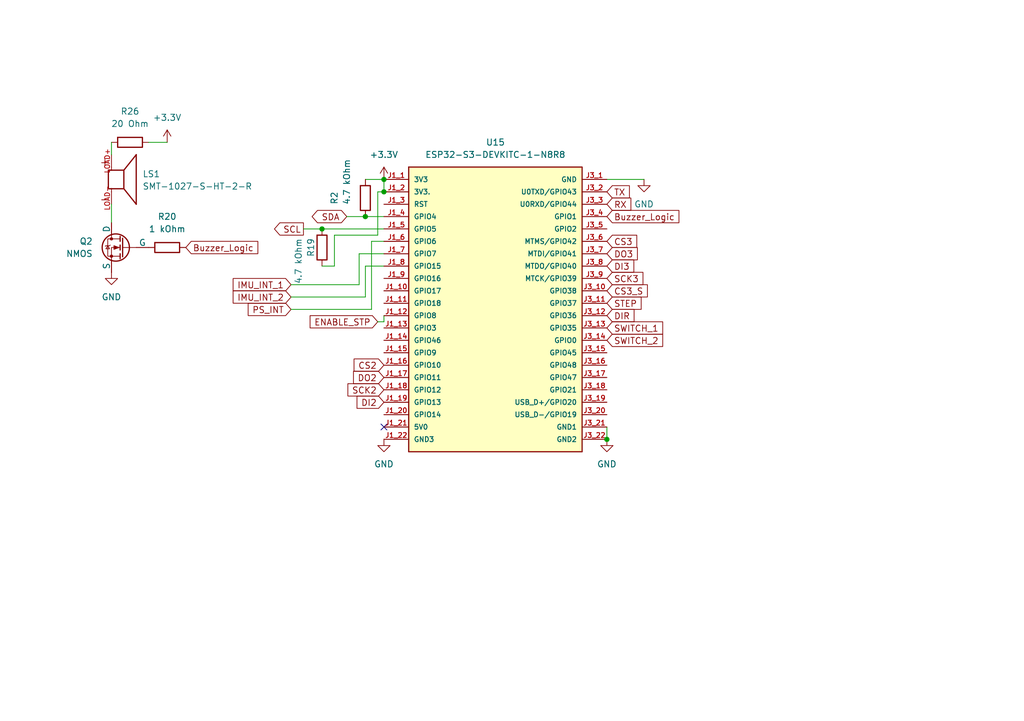
<source format=kicad_sch>
(kicad_sch (version 20250114) (generator "eeschema") (generator_version "9.0")
  (paper "A5")
  (lib_symbols
    (symbol "Device:R" (pin_numbers (hide yes)) (pin_names (offset 0))
      (property "Reference" "R" (at 2.032 0 90))
      (property "Value" "R" (at 0 0 90))
      (symbol "R_0_1"
        (rectangle (start -1.016 -2.54) (end 1.016 2.54) (stroke (width 0.254)))
      )
      (symbol "R_1_1"
        (pin passive line (at 0 3.81 270) (length 1.27) (name "~") (number "1"))
        (pin passive line (at 0 -3.81 90) (length 1.27) (name "~") (number "2"))
      )
    )
    (symbol "ESP32-S3-DEVKITC-1U-N8R8:ESP32-S3-DEVKITC-1-N8R8" (pin_names (offset 1.016))
      (property "Reference" "U" (at -17.78 35.56 0))
      (property "Value" "ESP32-S3-DEVKITC-1-N8R8" (at -17.78 -27.94 0))
      (symbol "ESP32-S3-DEVKITC-1-N8R8_0_0"
        (rectangle (start -17.78 -25.4) (end 17.78 33.02) (stroke (width 0.254)) (fill (type background)))
        (pin power_in line (at -22.86 30.48 0) (length 5.08) (name "3V3") (number "J1_1"))
        (pin power_in line (at -22.86 27.94 0) (length 5.08) (name "3V3.") (number "J1_2"))
        (pin input line (at -22.86 25.4 0) (length 5.08) (name "RST") (number "J1_3"))
        (pin bidirectional line (at -22.86 22.86 0) (length 5.08) (name "GPIO4") (number "J1_4"))
        (pin bidirectional line (at -22.86 20.32 0) (length 5.08) (name "GPIO5") (number "J1_5"))
        (pin bidirectional line (at -22.86 17.78 0) (length 5.08) (name "GPIO6") (number "J1_6"))
        (pin bidirectional line (at -22.86 15.24 0) (length 5.08) (name "GPIO7") (number "J1_7"))
        (pin bidirectional line (at -22.86 12.7 0) (length 5.08) (name "GPIO15") (number "J1_8"))
        (pin bidirectional line (at -22.86 10.16 0) (length 5.08) (name "GPIO16") (number "J1_9"))
        (pin bidirectional line (at -22.86 7.62 0) (length 5.08) (name "GPIO17") (number "J1_10"))
        (pin bidirectional line (at -22.86 5.08 0) (length 5.08) (name "GPIO18") (number "J1_11"))
        (pin bidirectional line (at -22.86 2.54 0) (length 5.08) (name "GPIO8") (number "J1_12"))
        (pin bidirectional line (at -22.86 0 0) (length 5.08) (name "GPIO3") (number "J1_13"))
        (pin bidirectional line (at -22.86 -2.54 0) (length 5.08) (name "GPIO46") (number "J1_14"))
        (pin bidirectional line (at -22.86 -5.08 0) (length 5.08) (name "GPIO9") (number "J1_15"))
        (pin bidirectional line (at -22.86 -7.62 0) (length 5.08) (name "GPIO10") (number "J1_16"))
        (pin bidirectional line (at -22.86 -10.16 0) (length 5.08) (name "GPIO11") (number "J1_17"))
        (pin bidirectional line (at -22.86 -12.7 0) (length 5.08) (name "GPIO12") (number "J1_18"))
        (pin bidirectional line (at -22.86 -15.24 0) (length 5.08) (name "GPIO13") (number "J1_19"))
        (pin bidirectional line (at -22.86 -17.78 0) (length 5.08) (name "GPIO14") (number "J1_20"))
        (pin power_in line (at -22.86 -20.32 0) (length 5.08) (name "5V0") (number "J1_21"))
        (pin power_in line (at -22.86 -22.86 0) (length 5.08) (name "GND3") (number "J1_22"))
        (pin power_in line (at 22.86 30.48 180) (length 5.08) (name "GND") (number "J3_1"))
        (pin bidirectional line (at 22.86 27.94 180) (length 5.08) (name "U0TXD/GPIO43") (number "J3_2"))
        (pin bidirectional line (at 22.86 25.4 180) (length 5.08) (name "U0RXD/GPIO44") (number "J3_3"))
        (pin bidirectional line (at 22.86 22.86 180) (length 5.08) (name "GPIO1") (number "J3_4"))
        (pin bidirectional line (at 22.86 20.32 180) (length 5.08) (name "GPIO2") (number "J3_5"))
        (pin bidirectional line (at 22.86 17.78 180) (length 5.08) (name "MTMS/GPIO42") (number "J3_6"))
        (pin bidirectional line (at 22.86 15.24 180) (length 5.08) (name "MTDI/GPIO41") (number "J3_7"))
        (pin bidirectional line (at 22.86 12.7 180) (length 5.08) (name "MTDO/GPIO40") (number "J3_8"))
        (pin bidirectional line (at 22.86 10.16 180) (length 5.08) (name "MTCK/GPIO39") (number "J3_9"))
        (pin bidirectional line (at 22.86 7.62 180) (length 5.08) (name "GPIO38") (number "J3_10"))
        (pin bidirectional line (at 22.86 5.08 180) (length 5.08) (name "GPIO37") (number "J3_11"))
        (pin bidirectional line (at 22.86 2.54 180) (length 5.08) (name "GPIO36") (number "J3_12"))
        (pin bidirectional line (at 22.86 0 180) (length 5.08) (name "GPIO35") (number "J3_13"))
        (pin bidirectional line (at 22.86 -2.54 180) (length 5.08) (name "GPIO0") (number "J3_14"))
        (pin bidirectional line (at 22.86 -5.08 180) (length 5.08) (name "GPIO45") (number "J3_15"))
        (pin bidirectional line (at 22.86 -7.62 180) (length 5.08) (name "GPIO48") (number "J3_16"))
        (pin bidirectional line (at 22.86 -10.16 180) (length 5.08) (name "GPIO47") (number "J3_17"))
        (pin bidirectional line (at 22.86 -12.7 180) (length 5.08) (name "GPIO21") (number "J3_18"))
        (pin bidirectional line (at 22.86 -15.24 180) (length 5.08) (name "USB_D+/GPIO20") (number "J3_19"))
        (pin bidirectional line (at 22.86 -17.78 180) (length 5.08) (name "USB_D-/GPIO19") (number "J3_20"))
        (pin power_in line (at 22.86 -20.32 180) (length 5.08) (name "GND1") (number "J3_21"))
        (pin power_in line (at 22.86 -22.86 180) (length 5.08) (name "GND2") (number "J3_22"))
      )
    )
    (symbol "SMT-1027-S-HT-2-R:SMT-1027-S-HT-2-R" (pin_names (offset 1.016))
      (property "Reference" "LS" (at -1.27 6.35 0))
      (property "Value" "SMT-1027-S-HT-2-R" (at -1.27 -8.255 0))
      (symbol "SMT-1027-S-HT-2-R_0_0"
        (polyline (pts (xy -3.175 1.905) (xy -3.175 -1.905)) (stroke (width 0.254)))
        (polyline (pts (xy -3.175 1.905) (xy -2.54 1.905)) (stroke (width 0.254)))
        (polyline (pts (xy -3.175 -1.905) (xy -2.54 -1.905)) (stroke (width 0.254)))
        (polyline (pts (xy -2.54 2.54) (xy -2.54 1.905)) (stroke (width 0.1524)))
        (polyline (pts (xy -2.54 1.905) (xy 0 1.905)) (stroke (width 0.254)))
        (polyline (pts (xy -2.54 -1.905) (xy 0 -1.905)) (stroke (width 0.254)))
        (polyline (pts (xy -2.54 -2.54) (xy -2.54 -1.905)) (stroke (width 0.1524)))
        (polyline (pts (xy 0 1.905) (xy 2.54 5.08)) (stroke (width 0.254)))
        (polyline (pts (xy 0 -1.905) (xy 0 1.905)) (stroke (width 0.254)))
        (polyline (pts (xy 0 -1.905) (xy 2.54 -5.08)) (stroke (width 0.254)))
        (polyline (pts (xy 2.54 -5.08) (xy 2.54 5.08)) (stroke (width 0.254)))
        (text "+" (at -5.08 2.54 0) (effects (font (size 1.778 1.778)) (justify left bottom)))
        (text "-" (at -5.08 -5.08 0) (effects (font (size 1.778 1.778)) (justify left bottom)))
        (pin passive line (at -2.54 5.08 270) (length 2.54) (name "~") (number "LOAD+"))
        (pin passive line (at -2.54 -5.08 90) (length 2.54) (name "~") (number "LOAD-"))
      )
    )
    (symbol "Simulation_SPICE:NMOS" (pin_numbers (hide yes)) (pin_names (offset 0))
      (property "Reference" "Q" (at 5.08 1.27 0))
      (property "Value" "NMOS" (at 5.08 -1.27 0))
      (symbol "NMOS_0_1"
        (polyline (pts (xy 0.254 1.905) (xy 0.254 -1.905)) (stroke (width 0.254)))
        (polyline (pts (xy 0.254 0) (xy -2.54 0)))
        (polyline (pts (xy 0.762 2.286) (xy 0.762 1.27)) (stroke (width 0.254)))
        (polyline (pts (xy 0.762 0.508) (xy 0.762 -0.508)) (stroke (width 0.254)))
        (polyline (pts (xy 0.762 -1.27) (xy 0.762 -2.286)) (stroke (width 0.254)))
        (polyline (pts (xy 0.762 -1.778) (xy 3.302 -1.778) (xy 3.302 1.778) (xy 0.762 1.778)))
        (polyline (pts (xy 1.016 0) (xy 2.032 0.381) (xy 2.032 -0.381) (xy 1.016 0)) (fill (type outline)))
        (circle (center 1.651 0) (radius 2.794) (stroke (width 0.254)))
        (polyline (pts (xy 2.54 2.54) (xy 2.54 1.778)))
        (circle (center 2.54 1.778) (radius 0.254) (fill (type outline)))
        (circle (center 2.54 -1.778) (radius 0.254) (fill (type outline)))
        (polyline (pts (xy 2.54 -2.54) (xy 2.54 0) (xy 0.762 0)))
        (polyline (pts (xy 2.794 0.508) (xy 2.921 0.381) (xy 3.683 0.381) (xy 3.81 0.254)))
        (polyline (pts (xy 3.302 0.381) (xy 2.921 -0.254) (xy 3.683 -0.254) (xy 3.302 0.381)))
      )
      (symbol "NMOS_1_1"
        (pin input line (at -5.08 0 0) (length 2.54) (name "G") (number "2"))
        (pin passive line (at 2.54 5.08 270) (length 2.54) (name "D") (number "1"))
        (pin passive line (at 2.54 -5.08 90) (length 2.54) (name "S") (number "3"))
      )
    )
    (symbol "power:+3.3V" (power) (pin_numbers (hide yes)) (pin_names (offset 0) (hide yes))
      (property "Value" "+3.3V" (at 0 3.556 0))
      (symbol "+3.3V_0_1"
        (polyline (pts (xy -0.762 1.27) (xy 0 2.54)))
        (polyline (pts (xy 0 2.54) (xy 0.762 1.27)))
        (polyline (pts (xy 0 0) (xy 0 2.54)))
      )
      (symbol "+3.3V_1_1"
        (pin power_in line (at 0 0 90) (length 0) (name "~") (number "1"))
      )
    )
    (symbol "power:GND" (power) (pin_numbers (hide yes)) (pin_names (offset 0) (hide yes))
      (property "Value" "GND" (at 0 -3.81 0))
      (symbol "GND_0_1"
        (polyline (pts (xy 0 0) (xy 0 -1.27) (xy 1.27 -1.27) (xy 0 -2.54) (xy -1.27 -1.27) (xy 0 -1.27)))
      )
      (symbol "GND_1_1"
        (pin power_in line (at 0 0 270) (length 0) (name "~") (number "1"))
      )
    )
  )
  (junction (at 66.04 46.99))
  (junction (at 74.93 44.45))
  (junction (at 124.46 90.17))
  (junction (at 78.74 36.83))
  (junction (at 78.74 39.37))
  (no_connect (at 78.74 87.63))
  (wire (pts (xy 68.58 54.61) (xy 66.04 54.61)))
  (wire (pts (xy 76.2 63.5) (xy 76.2 49.53)))
  (wire (pts (xy 74.93 44.45) (xy 78.74 44.45)))
  (wire (pts (xy 74.93 60.96) (xy 74.93 54.61)))
  (wire (pts (xy 73.66 52.07) (xy 78.74 52.07)))
  (wire (pts (xy 68.58 48.26) (xy 68.58 54.61)))
  (wire (pts (xy 22.86 29.21) (xy 22.86 31.75)))
  (wire (pts (xy 77.47 39.37) (xy 77.47 48.26)))
  (wire (pts (xy 66.04 46.99) (xy 78.74 46.99)))
  (wire (pts (xy 124.46 87.63) (xy 124.46 90.17)))
  (wire (pts (xy 77.47 66.04) (xy 78.74 66.04)))
  (wire (pts (xy 77.47 48.26) (xy 68.58 48.26)))
  (wire (pts (xy 78.74 39.37) (xy 77.47 39.37)))
  (wire (pts (xy 22.86 41.91) (xy 22.86 45.72)))
  (wire (pts (xy 73.66 58.42) (xy 73.66 52.07)))
  (wire (pts (xy 76.2 49.53) (xy 78.74 49.53)))
  (wire (pts (xy 74.93 54.61) (xy 78.74 54.61)))
  (wire (pts (xy 132.08 36.83) (xy 124.46 36.83)))
  (wire (pts (xy 62.23 46.99) (xy 66.04 46.99)))
  (wire (pts (xy 59.69 60.96) (xy 74.93 60.96)))
  (wire (pts (xy 34.29 29.21) (xy 30.48 29.21)))
  (wire (pts (xy 74.93 36.83) (xy 78.74 36.83)))
  (wire (pts (xy 59.69 58.42) (xy 73.66 58.42)))
  (wire (pts (xy 78.74 36.83) (xy 78.74 39.37)))
  (wire (pts (xy 71.12 44.45) (xy 74.93 44.45)))
  (wire (pts (xy 59.69 63.5) (xy 76.2 63.5)))
  (wire (pts (xy 78.74 66.04) (xy 78.74 64.77)))
  (global_label "Buzzer_Logic" (shape input) (at 38.1 50.8 0) (property "Intersheetrefs" "${INTERSHEET_REFS}" (effects (hide yes))))
  (global_label "DO2" (shape input) (at 78.74 77.47 180) (property "Intersheetrefs" "${INTERSHEET_REFS}" (effects (hide yes))))
  (global_label "CS3_S" (shape input) (at 124.46 59.69 0) (property "Intersheetrefs" "${INTERSHEET_REFS}" (effects (hide yes))))
  (global_label "SCL" (shape output) (at 62.23 46.99 180) (property "Intersheetrefs" "${INTERSHEET_REFS}" (effects (hide yes))))
  (global_label "ENABLE_STP" (shape input) (at 77.47 66.04 180) (property "Intersheetrefs" "${INTERSHEET_REFS}" (effects (hide yes))))
  (global_label "DI3" (shape input) (at 124.46 54.61 0) (property "Intersheetrefs" "${INTERSHEET_REFS}" (effects (hide yes))))
  (global_label "SWITCH_2" (shape input) (at 124.46 69.85 0) (property "Intersheetrefs" "${INTERSHEET_REFS}" (effects (hide yes))))
  (global_label "Buzzer_Logic" (shape input) (at 124.46 44.45 0) (property "Intersheetrefs" "${INTERSHEET_REFS}" (effects (hide yes))))
  (global_label "DO3" (shape input) (at 124.46 52.07 0) (property "Intersheetrefs" "${INTERSHEET_REFS}" (effects (hide yes))))
  (global_label "DIR" (shape input) (at 124.46 64.77 0) (property "Intersheetrefs" "${INTERSHEET_REFS}" (effects (hide yes))))
  (global_label "SCK3" (shape input) (at 124.46 57.15 0) (property "Intersheetrefs" "${INTERSHEET_REFS}" (effects (hide yes))))
  (global_label "DI2" (shape input) (at 78.74 82.55 180) (property "Intersheetrefs" "${INTERSHEET_REFS}" (effects (hide yes))))
  (global_label "IMU_INT_2" (shape input) (at 59.69 60.96 180) (property "Intersheetrefs" "${INTERSHEET_REFS}" (effects (hide yes))))
  (global_label "RX" (shape input) (at 124.46 41.91 0) (property "Intersheetrefs" "${INTERSHEET_REFS}" (effects (hide yes))))
  (global_label "CS3" (shape input) (at 124.46 49.53 0) (property "Intersheetrefs" "${INTERSHEET_REFS}" (effects (hide yes))))
  (global_label "IMU_INT_1" (shape input) (at 59.69 58.42 180) (property "Intersheetrefs" "${INTERSHEET_REFS}" (effects (hide yes))))
  (global_label "SDA" (shape bidirectional) (at 71.12 44.45 180) (property "Intersheetrefs" "${INTERSHEET_REFS}" (effects (hide yes))))
  (global_label "SCK2" (shape input) (at 78.74 80.01 180) (property "Intersheetrefs" "${INTERSHEET_REFS}" (effects (hide yes))))
  (global_label "CS2" (shape input) (at 78.74 74.93 180) (property "Intersheetrefs" "${INTERSHEET_REFS}" (effects (hide yes))))
  (global_label "TX" (shape input) (at 124.46 39.37 0) (property "Intersheetrefs" "${INTERSHEET_REFS}" (effects (hide yes))))
  (global_label "STEP" (shape input) (at 124.46 62.23 0) (property "Intersheetrefs" "${INTERSHEET_REFS}" (effects (hide yes))))
  (global_label "SWITCH_1" (shape input) (at 124.46 67.31 0) (property "Intersheetrefs" "${INTERSHEET_REFS}" (effects (hide yes))))
  (global_label "PS_INT" (shape input) (at 59.69 63.5 180) (property "Intersheetrefs" "${INTERSHEET_REFS}" (effects (hide yes))))
  (symbol (lib_id "power:+3.3V") (at 78.74 36.83 0) (unit 1)
    (property "Reference" "#PWR0108" (effects (hide yes)))
    (property "Value" "+3.3V" (at 78.74 31.75 0))
    (property "Description" "Power symbol creates a global label with name \"+3.3V\"" (effects (hide yes)))
  )
  (symbol (lib_id "power:GND") (at 124.46 90.17 0) (unit 1)
    (property "Reference" "#PWR0110" (effects (hide yes)))
    (property "Value" "GND" (at 124.46 95.25 0))
    (property "Description" "Power symbol creates a global label with name \"GND\" , ground" (effects (hide yes)))
  )
  (symbol (lib_id "SMT-1027-S-HT-2-R:SMT-1027-S-HT-2-R") (at 25.4 36.83 0) (unit 1)
    (property "Reference" "LS1" (at 29.21 35.7042 0) (effects (justify left)))
    (property "Value" "SMT-1027-S-HT-2-R" (at 29.21 38.2442 0) (effects (justify left)))
    (property "Footprint" "SMT-1027-S-HT-2-R:XDCR_SMT-1027-S-HT-2-R" (effects (hide yes)))
    (property "DigiKey_Part_Number" "668-SMT-1027-S-HT-2-RCT-ND" (effects (hide yes)))
    (property "SnapEDA_Link" "https://www.snapeda.com/parts/SMT-1027-S-HT-2-R/PUI+Audio/view-part/?ref=snap" (effects (hide yes)))
    (property "MAXIMUM_PACKAGE_HEIGHT" "3.6 mm" (effects (hide yes)))
    (property "Package" "None" (effects (hide yes)))
    (property "Check_prices" "https://www.snapeda.com/parts/SMT-1027-S-HT-2-R/PUI+Audio/view-part/?ref=eda" (effects (hide yes)))
    (property "STANDARD" "Manufacturer Recommendations" (effects (hide yes)))
    (property "PARTREV" "3/26/20" (effects (hide yes)))
    (property "MF" "PUI Audio" (effects (hide yes)))
    (property "MP" "SMT-1027-S-HT-2-R" (effects (hide yes)))
    (property "Description_1" "11X10MM TRANSDUCER 2700HZ 95DB 18OHM 3.6V 100MA MAGNETIC SMT SIDE FIRING" (effects (hide yes)))
    (property "MANUFACTURER" "Pui Audio" (effects (hide yes)))
  )
  (symbol (lib_id "power:GND") (at 132.08 36.83 0) (unit 1)
    (property "Reference" "#PWR0111" (effects (hide yes)))
    (property "Value" "GND" (at 132.08 41.91 0))
    (property "Description" "Power symbol creates a global label with name \"GND\" , ground" (effects (hide yes)))
  )
  (symbol (lib_id "Device:R") (at 66.04 50.8 0) (unit 1)
    (property "Reference" "R19" (at 63.754 50.8 90))
    (property "Value" "4.7 kOhm" (at 61.214 53.594 90))
    (property "Footprint" "Resistor_SMD:R_0603_1608Metric" (effects (hide yes)))
    (property "Description" "Resistor" (effects (hide yes)))
  )
  (symbol (lib_id "power:GND") (at 78.74 90.17 0) (unit 1)
    (property "Reference" "#PWR0109" (effects (hide yes)))
    (property "Value" "GND" (at 78.74 95.25 0))
    (property "Description" "Power symbol creates a global label with name \"GND\" , ground" (effects (hide yes)))
  )
  (symbol (lib_id "Simulation_SPICE:NMOS") (at 25.4 50.8 0) (mirror y) (unit 1)
    (property "Reference" "Q2" (at 19.05 49.5299 0) (effects (justify left)))
    (property "Value" "NMOS" (at 19.05 52.0699 0) (effects (justify left)))
    (property "Footprint" "GSFC0201:SOT-23_GSFC0201_GAS" (effects (hide yes)))
    (property "Datasheet" "https://ngspice.sourceforge.io/docs/ngspice-html-manual/manual.xhtml#cha_MOSFETs" (effects (hide yes)))
    (property "Description" "N-MOSFET transistor, drain/source/gate" (effects (hide yes)))
    (property "Sim.Device" "NMOS" (effects (hide yes)))
    (property "Sim.Type" "VDMOS" (effects (hide yes)))
    (property "Sim.Pins" "1=D 2=G 3=S" (effects (hide yes)))
  )
  (symbol (lib_id "Device:R") (at 74.93 40.64 180) (unit 1)
    (property "Reference" "R2" (at 68.58 40.64 90))
    (property "Value" "4.7 kOhm" (at 71.12 37.338 90))
    (property "Footprint" "Resistor_SMD:R_0603_1608Metric" (effects (hide yes)))
    (property "Description" "Resistor" (effects (hide yes)))
  )
  (symbol (lib_id "power:GND") (at 22.86 55.88 0) (unit 1)
    (property "Reference" "#PWR012" (effects (hide yes)))
    (property "Value" "GND" (at 22.86 60.96 0))
    (property "Description" "Power symbol creates a global label with name \"GND\" , ground" (effects (hide yes)))
  )
  (symbol (lib_id "Device:R") (at 26.67 29.21 90) (unit 1)
    (property "Reference" "R26" (at 26.67 22.86 90))
    (property "Value" "20 Ohm" (at 26.67 25.4 90))
    (property "Footprint" "Resistor_SMD:R_2512_6332Metric" (effects (hide yes)))
    (property "Description" "Resistor" (effects (hide yes)))
  )
  (symbol (lib_id "power:+3.3V") (at 34.29 29.21 0) (unit 1)
    (property "Reference" "#PWR03" (effects (hide yes)))
    (property "Value" "+3.3V" (at 34.29 24.13 0))
    (property "Description" "Power symbol creates a global label with name \"+3.3V\"" (effects (hide yes)))
  )
  (symbol (lib_id "ESP32-S3-DEVKITC-1U-N8R8:ESP32-S3-DEVKITC-1-N8R8") (at 101.6 67.31 0) (unit 1)
    (property "Reference" "U15" (at 101.6 29.21 0))
    (property "Value" "ESP32-S3-DEVKITC-1-N8R8" (at 101.6 31.75 0))
    (property "Footprint" "ESP32_N8R*:ESP32-S3-DEVKITC-1-N8R8" (effects (hide yes)))
    (property "MF" "Espressif Systems" (effects (hide yes)))
    (property "Description_1" "The ESP32-S3-DEVKITC-1-N8R8 from Espressif Systems is a development board designed for RF, RFID, and wireless applications. It supports 802.11 b/g/n Wi-Fi and Bluetooth® 5.x (BLE) connectivity at 2.4GHz, making it ideal for IoT and wireless communication projects. This board is powered by the ESP32-S3-WROOM-1-N8R8 module, which features 8MB Quad SPI Flash and 8MB Octal SPI for efficient memory storage and processing." (effects (hide yes)))
    (property "Package" "None" (effects (hide yes)))
    (property "Price" "None" (effects (hide yes)))
    (property "SnapEDA_Link" "https://www.snapeda.com/parts/ESP32-S3-DEVKITC-1-N8R8/Espressif+Systems/view-part/?ref=snap" (effects (hide yes)))
    (property "MP" "ESP32-S3-DEVKITC-1-N8R8" (effects (hide yes)))
    (property "Availability" "In Stock" (effects (hide yes)))
    (property "Check_prices" "https://www.snapeda.com/parts/ESP32-S3-DEVKITC-1-N8R8/Espressif+Systems/view-part/?ref=eda" (effects (hide yes)))
  )
  (symbol (lib_id "Device:R") (at 34.29 50.8 90) (unit 1)
    (property "Reference" "R20" (at 34.29 44.45 90))
    (property "Value" "1 kOhm" (at 34.29 46.99 90))
    (property "Footprint" "Capacitor_SMD:C_0603_1608Metric" (effects (hide yes)))
    (property "Description" "Resistor" (effects (hide yes)))
  )
)
</source>
